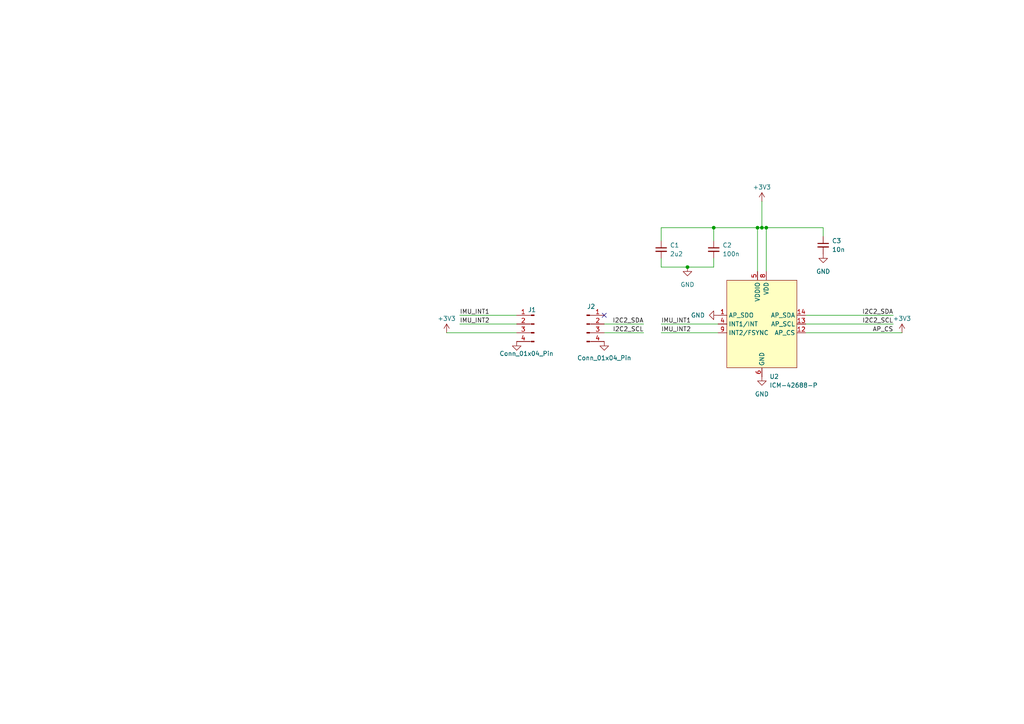
<source format=kicad_sch>
(kicad_sch (version 20231120) (generator "eeschema") (generator_version "8.0")
  (paper "A4")
  (lib_symbols
    (symbol "Connector:Conn_01x04_Pin" (pin_names (offset 1.016) hide)
      (property "Reference" "J" (at 0 5.08 0))
      (property "Value" "Conn_01x04_Pin" (at 0 -7.62 0))
      (symbol "Conn_01x04_Pin_1_1"
        (polyline (pts (xy 1.27 -5.08) (xy 0.8636 -5.08)) (stroke (width 0.1524)))
        (polyline (pts (xy 1.27 -2.54) (xy 0.8636 -2.54)) (stroke (width 0.1524)))
        (polyline (pts (xy 1.27 0) (xy 0.8636 0)) (stroke (width 0.1524)))
        (polyline (pts (xy 1.27 2.54) (xy 0.8636 2.54)) (stroke (width 0.1524)))
        (rectangle (start 0.8636 -4.953) (end 0 -5.207) (stroke (width 0.1524)) (fill (type outline)))
        (rectangle (start 0.8636 -2.413) (end 0 -2.667) (stroke (width 0.1524)) (fill (type outline)))
        (rectangle (start 0.8636 0.127) (end 0 -0.127) (stroke (width 0.1524)) (fill (type outline)))
        (rectangle (start 0.8636 2.667) (end 0 2.413) (stroke (width 0.1524)) (fill (type outline)))
        (pin passive line (at 5.08 2.54 180) (length 3.81) (name "Pin_1") (number "1"))
        (pin passive line (at 5.08 0 180) (length 3.81) (name "Pin_2") (number "2"))
        (pin passive line (at 5.08 -2.54 180) (length 3.81) (name "Pin_3") (number "3"))
        (pin passive line (at 5.08 -5.08 180) (length 3.81) (name "Pin_4") (number "4"))
      )
    )
    (symbol "Device:C_Small" (pin_numbers hide) (pin_names (offset 0.254) hide)
      (property "Reference" "C" (at 0.254 1.778 0))
      (property "Value" "C_Small" (at 0.254 -2.032 0))
      (symbol "C_Small_0_1"
        (polyline (pts (xy -1.524 -0.508) (xy 1.524 -0.508)) (stroke (width 0.3302)))
        (polyline (pts (xy -1.524 0.508) (xy 1.524 0.508)) (stroke (width 0.3048)))
      )
      (symbol "C_Small_1_1"
        (pin passive line (at 0 2.54 270) (length 2.032) (name "~") (number "1"))
        (pin passive line (at 0 -2.54 90) (length 2.032) (name "~") (number "2"))
      )
    )
    (symbol "Sensor_Motion:ICM-42688-P"
      (property "Reference" "U" (at 7.62 13.97 0))
      (property "Value" "ICM-42688-P" (at 7.62 -13.97 0))
      (symbol "ICM-42688-P_1_1"
        (rectangle (start -10.16 12.7) (end 10.16 -12.7) (fill (type background)))
        (pin bidirectional line (at -12.7 2.54 0) (length 2.54) (name "AP_SDO") (number "1"))
        (pin no_connect line (at 12.7 -5.08 180) (length 2.54) hide (name "RESV10") (number "10"))
        (pin input line (at 0 -15.24 270) (length 2.54) hide (name "RESV11") (number "11"))
        (pin bidirectional line (at 12.7 -2.54 180) (length 2.54) (name "AP_CS") (number "12"))
        (pin bidirectional line (at 12.7 0 180) (length 2.54) (name "AP_SCL") (number "13"))
        (pin bidirectional line (at 12.7 2.54 180) (length 2.54) (name "AP_SDA") (number "14"))
        (pin no_connect line (at -12.7 5.08 0) (length 2.54) hide (name "RESV2") (number "2"))
        (pin no_connect line (at -12.7 -5.08 0) (length 2.54) hide (name "RESV3") (number "3"))
        (pin bidirectional line (at -12.7 0 0) (length 2.54) (name "INT1/INT") (number "4"))
        (pin power_in line (at -1.27 15.24 270) (length 2.54) (name "VDDIO") (number "5"))
        (pin power_in line (at 0 -15.24 90) (length 2.54) (name "GND") (number "6"))
        (pin input line (at 0 -15.24 270) (length 2.54) hide (name "RESV7") (number "7"))
        (pin power_in line (at 1.27 15.24 270) (length 2.54) (name "VDD") (number "8"))
        (pin bidirectional line (at -12.7 -2.54 0) (length 2.54) (name "INT2/FSYNC") (number "9"))
      )
    )
    (symbol "power:+3V3" (power) (pin_numbers hide) (pin_names (offset 0) hide)
      (property "Value" "+3V3" (at 0 3.556 0))
      (symbol "+3V3_0_1"
        (polyline (pts (xy -0.762 1.27) (xy 0 2.54)))
        (polyline (pts (xy 0 0) (xy 0 2.54)))
        (polyline (pts (xy 0 2.54) (xy 0.762 1.27)))
      )
      (symbol "+3V3_1_1"
        (pin power_in line (at 0 0 90) (length 0) (name "~") (number "1"))
      )
    )
    (symbol "power:GND" (power) (pin_numbers hide) (pin_names (offset 0) hide)
      (property "Value" "GND" (at 0 -3.81 0))
      (symbol "GND_0_1"
        (polyline (pts (xy 0 0) (xy 0 -1.27) (xy 1.27 -1.27) (xy 0 -2.54) (xy -1.27 -1.27) (xy 0 -1.27)))
      )
      (symbol "GND_1_1"
        (pin power_in line (at 0 0 270) (length 0) (name "~") (number "1"))
      )
    )
  )
  (junction (at 199.39 77.47))
  (junction (at 222.25 66.04))
  (junction (at 220.98 66.04))
  (junction (at 207.01 66.04))
  (junction (at 219.71 66.04))
  (no_connect (at 175.26 91.44))
  (wire (pts (xy 219.71 66.04) (xy 219.71 78.74)))
  (wire (pts (xy 220.98 66.04) (xy 222.25 66.04)))
  (wire (pts (xy 220.98 58.42) (xy 220.98 66.04)))
  (wire (pts (xy 219.71 66.04) (xy 220.98 66.04)))
  (wire (pts (xy 191.77 96.52) (xy 208.28 96.52)))
  (wire (pts (xy 207.01 74.93) (xy 207.01 77.47)))
  (wire (pts (xy 207.01 66.04) (xy 219.71 66.04)))
  (wire (pts (xy 133.35 93.98) (xy 149.86 93.98)))
  (wire (pts (xy 233.68 91.44) (xy 259.08 91.44)))
  (wire (pts (xy 199.39 77.47) (xy 207.01 77.47)))
  (wire (pts (xy 129.54 96.52) (xy 149.86 96.52)))
  (wire (pts (xy 133.35 91.44) (xy 149.86 91.44)))
  (wire (pts (xy 222.25 66.04) (xy 238.76 66.04)))
  (wire (pts (xy 207.01 66.04) (xy 207.01 69.85)))
  (wire (pts (xy 191.77 93.98) (xy 208.28 93.98)))
  (wire (pts (xy 191.77 77.47) (xy 191.77 74.93)))
  (wire (pts (xy 199.39 77.47) (xy 191.77 77.47)))
  (wire (pts (xy 186.69 96.52) (xy 175.26 96.52)))
  (wire (pts (xy 238.76 66.04) (xy 238.76 68.58)))
  (wire (pts (xy 186.69 93.98) (xy 175.26 93.98)))
  (wire (pts (xy 233.68 96.52) (xy 261.62 96.52)))
  (wire (pts (xy 233.68 93.98) (xy 259.08 93.98)))
  (wire (pts (xy 191.77 69.85) (xy 191.77 66.04)))
  (wire (pts (xy 222.25 66.04) (xy 222.25 78.74)))
  (wire (pts (xy 191.77 66.04) (xy 207.01 66.04)))
  (label "I2C2_SDA" (at 259.08 91.44 180))
  (label "I2C2_SCL" (at 186.69 96.52 180))
  (label "I2C2_SCL" (at 259.08 93.98 180))
  (label "I2C2_SDA" (at 186.69 93.98 180))
  (label "IMU_INT2" (at 191.77 96.52 0))
  (label "IMU_INT1" (at 191.77 93.98 0))
  (label "IMU_INT2" (at 133.35 93.98 0))
  (label "IMU_INT1" (at 133.35 91.44 0))
  (label "AP_CS" (at 259.08 96.52 180))
  (symbol (lib_id "power:GND") (at 220.98 109.22 0) (unit 1)
    (property "Reference" "#PWR08" (effects (hide yes)))
    (property "Value" "GND" (at 220.98 114.3 0))
    (property "Description" "Power symbol creates a global label with name \"GND\" , ground" (effects (hide yes)))
  )
  (symbol (lib_id "power:GND") (at 175.26 99.06 0) (unit 1)
    (property "Reference" "#PWR03" (effects (hide yes)))
    (property "Value" "GND" (effects (hide yes)))
    (property "Description" "Power symbol creates a global label with name \"GND\" , ground" (effects (hide yes)))
  )
  (symbol (lib_id "Device:C_Small") (at 191.77 72.39 0) (unit 1)
    (property "Reference" "C1" (at 194.31 71.1262 0) (effects (justify left)))
    (property "Value" "2u2" (at 194.31 73.6662 0) (effects (justify left)))
    (property "Footprint" "Capacitor_SMD:C_1206_3216Metric_Pad1.33x1.80mm_HandSolder" (effects (hide yes)))
    (property "Description" "Unpolarized capacitor, small symbol" (effects (hide yes)))
  )
  (symbol (lib_id "Connector:Conn_01x04_Pin") (at 170.18 93.98 0) (unit 1)
    (property "Reference" "J2" (at 171.45 88.9 0))
    (property "Value" "Conn_01x04_Pin" (at 175.26 103.8225 0))
    (property "Footprint" "Connector_PinHeader_2.54mm:PinHeader_1x04_P2.54mm_Vertical" (effects (hide yes)))
    (property "Description" "Generic connector, single row, 01x04, script generated" (effects (hide yes)))
  )
  (symbol (lib_id "Device:C_Small") (at 238.76 71.12 0) (unit 1)
    (property "Reference" "C3" (at 241.3 69.8562 0) (effects (justify left)))
    (property "Value" "10n" (at 241.3 72.3962 0) (effects (justify left)))
    (property "Footprint" "Capacitor_SMD:C_1206_3216Metric_Pad1.33x1.80mm_HandSolder" (effects (hide yes)))
    (property "Description" "Unpolarized capacitor, small symbol" (effects (hide yes)))
  )
  (symbol (lib_id "power:+3V3") (at 129.54 96.52 0) (unit 1)
    (property "Reference" "#PWR01" (effects (hide yes)))
    (property "Value" "+3V3" (at 129.54 92.3925 0))
    (property "Description" "Power symbol creates a global label with name \"+3V3\"" (effects (hide yes)))
  )
  (symbol (lib_id "power:GND") (at 149.86 99.06 0) (unit 1)
    (property "Reference" "#PWR02" (effects (hide yes)))
    (property "Value" "GND" (effects (hide yes)))
    (property "Description" "Power symbol creates a global label with name \"GND\" , ground" (effects (hide yes)))
  )
  (symbol (lib_id "power:GND") (at 199.39 77.47 0) (unit 1)
    (property "Reference" "#PWR05" (effects (hide yes)))
    (property "Value" "GND" (at 199.39 82.55 0))
    (property "Description" "Power symbol creates a global label with name \"GND\" , ground" (effects (hide yes)))
  )
  (symbol (lib_id "power:+3V3") (at 261.62 96.52 0) (unit 1)
    (property "Reference" "#PWR04" (effects (hide yes)))
    (property "Value" "+3V3" (at 261.62 92.3925 0))
    (property "Description" "Power symbol creates a global label with name \"+3V3\"" (effects (hide yes)))
  )
  (symbol (lib_id "power:GND") (at 238.76 73.66 0) (unit 1)
    (property "Reference" "#PWR09" (effects (hide yes)))
    (property "Value" "GND" (at 238.76 78.74 0))
    (property "Description" "Power symbol creates a global label with name \"GND\" , ground" (effects (hide yes)))
  )
  (symbol (lib_id "power:+3V3") (at 220.98 58.42 0) (unit 1)
    (property "Reference" "#PWR07" (effects (hide yes)))
    (property "Value" "+3V3" (at 220.98 54.2925 0))
    (property "Description" "Power symbol creates a global label with name \"+3V3\"" (effects (hide yes)))
  )
  (symbol (lib_id "Connector:Conn_01x04_Pin") (at 154.94 93.98 0) (mirror y) (unit 1)
    (property "Reference" "J1" (at 154.305 89.8525 0))
    (property "Value" "Conn_01x04_Pin" (at 152.7175 102.5525 0))
    (property "Footprint" "Connector_PinHeader_2.54mm:PinHeader_1x04_P2.54mm_Vertical" (effects (hide yes)))
    (property "Description" "Generic connector, single row, 01x04, script generated" (effects (hide yes)))
  )
  (symbol (lib_id "Sensor_Motion:ICM-42688-P") (at 220.98 93.98 0) (unit 1)
    (property "Reference" "U2" (at 223.1741 109.22 0) (effects (justify left)))
    (property "Value" "ICM-42688-P" (at 223.1741 111.76 0) (effects (justify left)))
    (property "Footprint" "Package_LGA:LGA-14_3x2.5mm_P0.5mm_LayoutBorder3x4y_Keepout" (effects (hide yes)))
    (property "Datasheet" "https://invensense.tdk.com/wp-content/uploads/2022/09/DS-000292-ICM-42605-v1.7.pdf" (effects (hide yes)))
    (property "Description" "InvenSense 6-Axis Motion Sensor, Accelerometer, Gyroscope, Compass, I2C/I3C/SPI, 14-VFLGA" (effects (hide yes)))
  )
  (symbol (lib_id "Device:C_Small") (at 207.01 72.39 0) (unit 1)
    (property "Reference" "C2" (at 209.55 71.1262 0) (effects (justify left)))
    (property "Value" "100n" (at 209.55 73.6662 0) (effects (justify left)))
    (property "Footprint" "Capacitor_SMD:C_1206_3216Metric_Pad1.33x1.80mm_HandSolder" (effects (hide yes)))
    (property "Description" "Unpolarized capacitor, small symbol" (effects (hide yes)))
  )
  (symbol (lib_id "power:GND") (at 208.28 91.44 270) (unit 1)
    (property "Reference" "#PWR06" (effects (hide yes)))
    (property "Value" "GND" (at 204.47 91.4399 90) (effects (justify right)))
    (property "Description" "Power symbol creates a global label with name \"GND\" , ground" (effects (hide yes)))
  )
)
</source>
